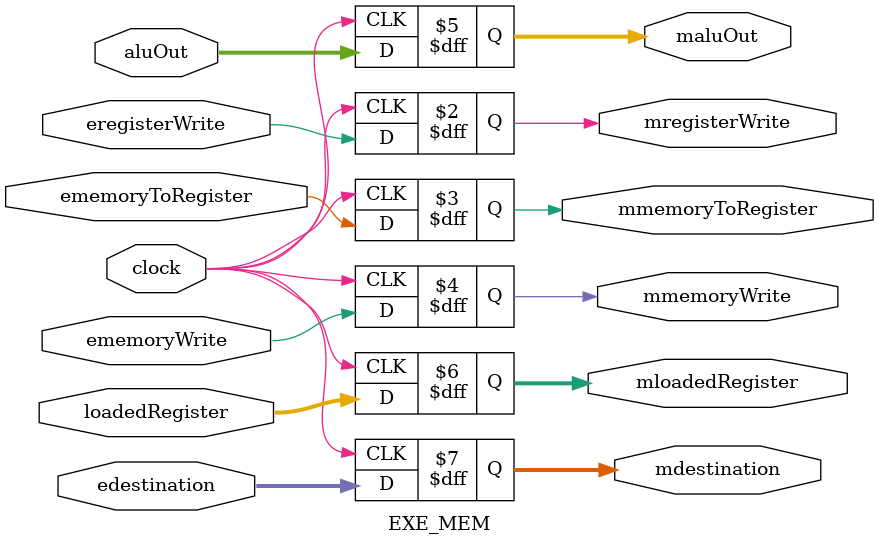
<source format=v>
`timescale 1ns / 1ps


module EXE_MEM(
    // Inputs
    input clock,
    input eregisterWrite,
    input ememoryToRegister,
    input ememoryWrite,
    input [31:0] aluOut,
    input [31:0] loadedRegister,
    input [4:0] edestination,
    // Outputs
    output reg mregisterWrite,
    output reg mmemoryToRegister,
    output reg mmemoryWrite,
    output reg [31:0] maluOut,
    output reg [31:0] mloadedRegister,
    output reg [4:0] mdestination
    );

    always @(posedge clock) begin
        // Assignments in register
        mregisterWrite <= eregisterWrite;
        mmemoryToRegister <= ememoryToRegister;
        mmemoryWrite <= ememoryWrite;
        maluOut <= aluOut;
        mloadedRegister <= loadedRegister;
        mdestination <= edestination;
    end
endmodule

</source>
